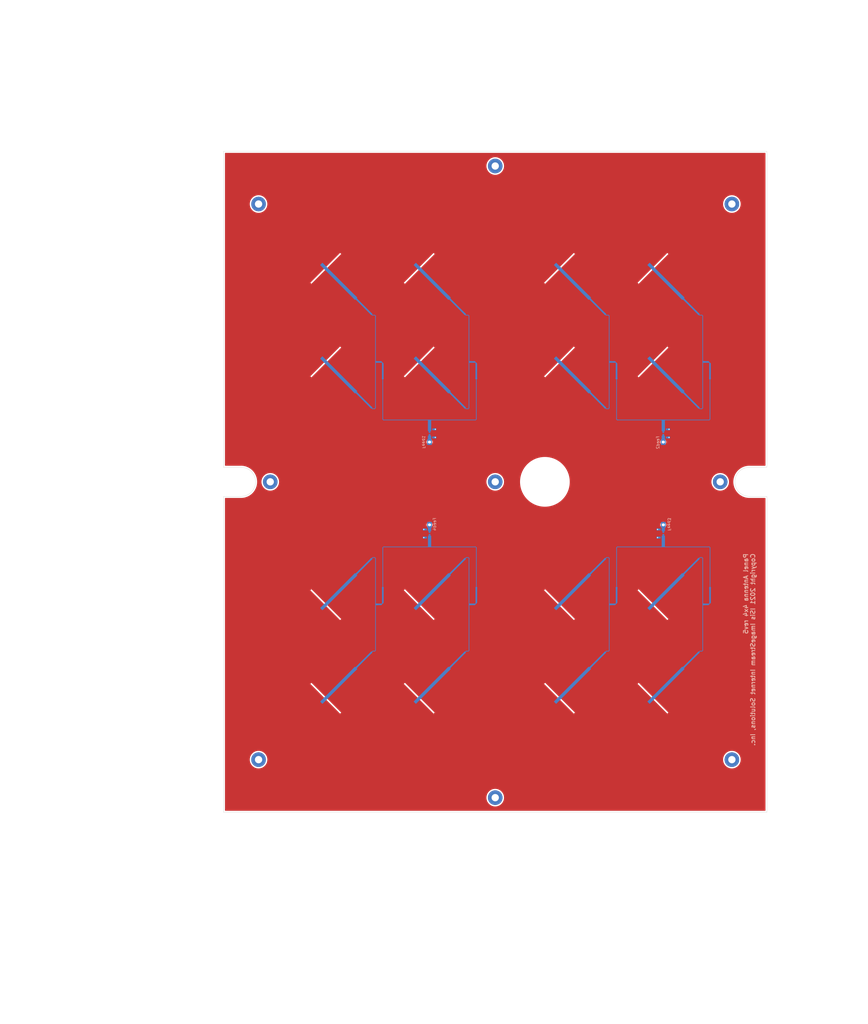
<source format=kicad_pcb>
(kicad_pcb (version 20210424) (generator pcbnew)
  (layers (0 "F.Cu" signal) (31 "B.Cu" signal) (34 "B.Paste" user) (35 "F.Paste" user) (36 "B.SilkS" user "B.Silkscreen") (37 "F.SilkS" user "F.Silkscreen") (38 "B.Mask" user) (39 "F.Mask" user) (44 "Edge.Cuts" user))
  (net 0 "")
  (net 1 "GND")
  (net 2 "/A1E3")
  (net 3 "/A1E5")
  (net 4 "/A1P1")
  (footprint "Scott-RF-JLCPCB-600um7628-2layer:Feed_5.5_Linear_ApertureCoupled" (layer "F.Cu") (at 35 187 -135)
    (fp_text reference "AE5" hide)
    (fp_text value "Antenna" hide)
  )
  (footprint "MountingHole:MountingHole_2.5mm_Pad_TopBottom" (layer "F.Cu") (at 93 5)
    (fp_text reference "H10" hide)
    (fp_text value "Mounting Hole")
  )
  (footprint "MountingHole:MountingHole_2.5mm_Pad_TopBottom" (layer "F.Cu") (at 170 113)
    (fp_text reference "H12" hide)
    (fp_text value "Mounting Hole")
  )
  (footprint "MountingHole:MountingHole_2.5mm_Pad_TopBottom" (layer "F.Cu") (at 93 113)
    (fp_text reference "H12" hide)
    (fp_text value "Mounting Hole")
  )
  (footprint "Scott-RF-JLCPCB-600um7628-2layer:Feed_5.5_Linear_ApertureCoupled" (layer "F.Cu") (at 67 40 135)
    (fp_text reference "AE5" hide)
    (fp_text value "Antenna" hide)
  )
  (footprint "Scott-RF-JLCPCB-600um7628-2layer:Feed_5.5_Linear_ApertureCoupled" (layer "F.Cu") (at 147 155 -135)
    (fp_text reference "AE5" hide)
    (fp_text value "Antenna" hide)
  )
  (footprint "Scott-RF-JLCPCB-600um7628-2layer:Feed_5.5_Linear_ApertureCoupled" (layer "F.Cu") (at 147 72 135)
    (fp_text reference "AE5" hide)
    (fp_text value "Antenna" hide)
  )
  (footprint "Scott-RF-JLCPCB-600um7628-2layer:Feed_5.5_Linear_ApertureCoupled" (layer "F.Cu") (at 147 187 -135)
    (fp_text reference "AE5" hide)
    (fp_text value "Antenna" hide)
  )
  (footprint "Scott-RF-JLCPCB-600um7628-2layer:Feed_5.5_Linear_ApertureCoupled" (layer "F.Cu") (at 35 40 135)
    (fp_text reference "AE5" hide)
    (fp_text value "Antenna" hide)
  )
  (footprint "Scott-RF-JLCPCB-600um7628-2layer:Feed_5.5_Linear_ApertureCoupled" (layer "F.Cu") (at 35 72 135)
    (fp_text reference "AE5" hide)
    (fp_text value "Antenna" hide)
  )
  (footprint "Scott-RF-JLCPCB-600um7628-2layer:Feed_5.5_Linear_ApertureCoupled" (layer "F.Cu") (at 115 187 -135)
    (fp_text reference "AE5" hide)
    (fp_text value "Antenna" hide)
  )
  (footprint "MountingHole:MountingHole_2.5mm_Pad_TopBottom" (layer "F.Cu") (at 174 208 90)
    (fp_text reference "H4" hide)
    (fp_text value "Mounting Hole")
  )
  (footprint "Scott-RF-JLCPCB-600um7628-2layer:Feed_5.5_Linear_ApertureCoupled" (layer "F.Cu") (at 115 155 -135)
    (fp_text reference "AE5" hide)
    (fp_text value "Antenna" hide)
  )
  (footprint "Scott-RF-JLCPCB-600um7628-2layer:Feed_5.5_Linear_ApertureCoupled" (layer "F.Cu") (at 67 72 135)
    (fp_text reference "AE5" hide)
    (fp_text value "Antenna" hide)
  )
  (footprint "Scott-RF-JLCPCB-600um7628-2layer:Feed_5.5_Linear_ApertureCoupled" (layer "F.Cu") (at 115 72 135)
    (fp_text reference "AE5" hide)
    (fp_text value "Antenna" hide)
  )
  (footprint "Scott-RF-JLCPCB-600um7628-2layer:Feed_5.5_Linear_ApertureCoupled" (layer "F.Cu") (at 115 40 135)
    (fp_text reference "AE5" hide)
    (fp_text value "Antenna" hide)
  )
  (footprint "Scott-RF-JLCPCB-600um7628-2layer:Feed_5.5_Linear_ApertureCoupled" (layer "F.Cu") (at 67 187 -135)
    (fp_text reference "AE5" hide)
    (fp_text value "Antenna" hide)
  )
  (footprint "MountingHole:MountingHole_2.5mm_Pad_TopBottom" (layer "F.Cu") (at 93 221)
    (fp_text reference "H9" hide)
    (fp_text value "Mounting Hole")
  )
  (footprint "Scott-RF-JLCPCB-600um7628-2layer:Feed_5.5_Linear_ApertureCoupled" (layer "F.Cu") (at 67 155 -135)
    (fp_text reference "AE5" hide)
    (fp_text value "Antenna" hide)
  )
  (footprint "Scott-RF-JLCPCB-600um7628-2layer:Feed_5.5_Linear_ApertureCoupled" (layer "F.Cu") (at 35 155 -135)
    (fp_text reference "AE5" hide)
    (fp_text value "Antenna" hide)
  )
  (footprint "MountingHole:MountingHole_2.5mm_Pad_TopBottom" (layer "F.Cu") (at 174 18)
    (fp_text reference "H2" hide)
    (fp_text value "Mounting Hole")
  )
  (footprint "MountingHole:MountingHole_2.5mm_Pad_TopBottom" (layer "F.Cu") (at 12 208)
    (fp_text reference "H3" hide)
    (fp_text value "Mounting Hole")
  )
  (footprint "MountingHole:MountingHole_2.5mm_Pad_TopBottom" (layer "F.Cu") (at 12 18)
    (fp_text reference "H1" hide)
    (fp_text value "Mounting Hole")
  )
  (footprint "MountingHole:MountingHole_2.5mm_Pad_TopBottom" (layer "F.Cu") (at 16 113)
    (fp_text reference "H11" hide)
    (fp_text value "Mounting Hole")
  )
  (footprint "Scott-RF-JLCPCB-600um7628-2layer:Feed_5.5_Linear_ApertureCoupled" (layer "F.Cu") (at 147 40 135)
    (fp_text reference "AE5" hide)
    (fp_text value "Antenna" hide)
  )
  (footprint "Scott-RF-JLCPCB-600um7628-2layer:RF-Angle-100ohm" (layer "B.Cu") (at 164.024025 138.893025 90)
    (fp_text reference "REF**" hide)
    (fp_text value "RF-Angle-100ohm" hide)
  )
  (footprint "Scott-RF-JLCPCB-600um7628-2layer:RF-Angle-100ohm" (layer "B.Cu") (at 86.531 135.253975 90)
    (fp_text reference "REF**" hide)
    (fp_text value "RF-Angle-100ohm" hide)
  )
  (footprint "Scott-RF-JLCPCB-600um7628-2layer:C_0402_1005Metric" (layer "B.Cu") (at 149.774 129.281 180)
    (fp_text reference ">NAME" hide)
    (fp_text value ">VALUE")
  )
  (footprint "Scott-RF-JLCPCB-600um7628-2layer:C_0402_1005Metric" (layer "B.Cu") (at 150.53 130.649 90)
    (fp_text reference ">NAME" hide)
    (fp_text value ">VALUE")
  )
  (footprint "Scott-RF-JLCPCB-600um7628-2layer:RF-Angle-100ohm" (layer "B.Cu") (at 132.010025 88.000025)
    (fp_text reference "REF**" hide)
    (fp_text value "RF-Angle-100ohm" hide)
  )
  (footprint "Scott-RF-JLCPCB-600um7628-2layer:RF-Transformer-70.71ohm-Right" (layer "B.Cu") (at 166.531 154.893025 90)
    (fp_text reference "REF**" hide)
    (fp_text value "RF-Transformer-70.71ohm-Right" hide)
  )
  (footprint "Scott-RF-JLCPCB-600um7628-2layer:RF-Transformer-70.71ohm-Straight" (layer "B.Cu") (at 77.57 50.59 135)
    (fp_text reference "REF**" hide)
    (fp_text value "RF-Transformer-70.71ohm-Straight" hide)
  )
  (footprint "Scott-RF-JLCPCB-600um7628-2layer:RF-Angle-100ohm" (layer "B.Cu") (at 84.024025 138.893025 90)
    (fp_text reference "REF**" hide)
    (fp_text value "RF-Angle-100ohm" hide)
  )
  (footprint "Scott-RF-JLCPCB-600um7628-2layer:RF-Transformer-70.71ohm-Straight" (layer "B.Cu") (at 77.561 176.398 -135)
    (fp_text reference "REF**" hide)
    (fp_text value "RF-Transformer-70.71ohm-Straight" hide)
  )
  (footprint "Scott-RF-JLCPCB-600um7628-2layer:RF-Angle-100ohm" (layer "B.Cu") (at 52.024025 138.893025 90)
    (fp_text reference "REF**" hide)
    (fp_text value "RF-Angle-100ohm" hide)
  )
  (footprint "Scott-RF-JLCPCB-600um7628-2layer:C_0402_1005Metric" (layer "B.Cu") (at 69.773 129.281 180)
    (fp_text reference ">NAME" hide)
    (fp_text value ">VALUE")
  )
  (footprint "Scott-RF-JLCPCB-600um7628-2layer:C_0402_1005Metric" (layer "B.Cu") (at 69.774 132.063 180)
    (fp_text reference ">NAME" hide)
    (fp_text value ">VALUE")
  )
  (footprint "Scott-RF-JLCPCB-600um7628-2layer:C_0402_1005Metric" (layer "B.Cu") (at 151.273 97.819)
    (fp_text reference ">NAME" hide)
    (fp_text value ">VALUE")
  )
  (footprint "Scott-RF-JLCPCB-600um7628-2layer:RF-Angle-100ohm" (layer "B.Cu") (at 164.010025 88.000025)
    (fp_text reference "REF**" hide)
    (fp_text value "RF-Angle-100ohm" hide)
  )
  (footprint "Scott-RF-JLCPCB-600um7628-2layer:RF-Transformer-70.71ohm-Right" (layer "B.Cu") (at 86.531 154.893025 90)
    (fp_text reference "REF**" hide)
    (fp_text value "RF-Transformer-70.71ohm-Right" hide)
  )
  (footprint "Scott-RF-JLCPCB-600um7628-2layer:RF-Transformer-70.71ohm-Straight" (layer "B.Cu") (at 157.57 82.59 135)
    (fp_text reference "REF**" hide)
    (fp_text value "RF-Transformer-70.71ohm-Straight" hide)
  )
  (footprint "Scott-RF-JLCPCB-600um7628-2layer:RF-Transformer-70.71ohm-Straight" (layer "B.Cu") (at 45.561 144.398 -135)
    (fp_text reference "REF**" hide)
    (fp_text value "RF-Transformer-70.71ohm-Straight" hide)
  )
  (footprint "Scott-RF-JLCPCB-600um7628-2layer:RF-Transformer-70.71ohm" (layer "B.Cu") (at 54.516 72.000025 90)
    (fp_text reference "REF**" hide)
    (fp_text value "RF-Transformer-70.71ohm" hide)
  )
  (footprint "Scott:Flat_Ant_Hole" (layer "B.Cu") (at 70.53 127.704 90)
    (fp_text reference "Feed4")
    (fp_text value "Feed4")
  )
  (footprint "Scott-RF-JLCPCB-600um7628-2layer:RF-Angle-100ohm" (layer "B.Cu") (at 84.010025 56.000025 90)
    (fp_text reference "REF**" hide)
    (fp_text value "RF-Angle-100ohm" hide)
  )
  (footprint "Scott-RF-JLCPCB-600um7628-2layer:RF-Angle-100ohm" (layer "B.Cu") (at 84.010025 88.000025)
    (fp_text reference "REF**" hide)
    (fp_text value "RF-Angle-100ohm" hide)
  )
  (footprint "Scott-RF-JLCPCB-600um7628-2layer:RF-Transformer-70.71ohm-Right" (layer "B.Cu") (at 54.531 154.893025 90)
    (fp_text reference "REF**" hide)
    (fp_text value "RF-Transformer-70.71ohm-Right" hide)
  )
  (footprint "Scott-RF-JLCPCB-600um7628-2layer:RF-Angle-100ohm" (layer "B.Cu") (at 166.516 91.846025)
    (fp_text reference "REF**" hide)
    (fp_text value "RF-Angle-100ohm" hide)
  )
  (footprint "Scott-RF-JLCPCB-600um7628-2layer:RF-Transformer-70.71ohm-Straight" (layer "B.Cu") (at 125.561 176.398 -135)
    (fp_text reference "REF**" hide)
    (fp_text value "RF-Transformer-70.71ohm-Straight" hide)
  )
  (footprint "Scott-RF-JLCPCB-600um7628-2layer:RF-Transformer-70.71ohm-Straight" (layer "B.Cu") (at 45.57 82.59 135)
    (fp_text reference "REF**" hide)
    (fp_text value "RF-Transformer-70.71ohm-Straight" hide)
  )
  (footprint "Scott-RF-JLCPCB-600um7628-2layer:RF-Angle-100ohm" (layer "B.Cu") (at 84.024025 170.893025)
    (fp_text reference "REF**" hide)
    (fp_text value "RF-Angle-100ohm" hide)
  )
  (footprint "Scott-RF-JLCPCB-600um7628-2layer:RF-Angle-100ohm" (layer "B.Cu") (at 52.010025 88.000025)
    (fp_text reference "REF**" hide)
    (fp_text value "RF-Angle-100ohm" hide)
  )
  (footprint "Scott-RF-JLCPCB-600um7628-2layer:C_0402_1005Metric" (layer "B.Cu") (at 150.517 96.451 -90)
    (fp_text reference ">NAME" hide)
    (fp_text value ">VALUE")
  )
  (footprint "Scott-RF-JLCPCB-600um7628-2layer:RF-Transformer-70.71ohm-Straight" (layer "B.Cu") (at 45.561 176.398 -135)
    (fp_text reference "REF**" hide)
    (fp_text value "RF-Transformer-70.71ohm-Straight" hide)
  )
  (footprint "Scott-RF-JLCPCB-600um7628-2layer:C_0402_1005Metric" (layer "B.Cu") (at 149.775 132.063 180)
    (fp_text reference ">NAME" hide)
    (fp_text value ">VALUE")
  )
  (footprint "Scott-RF-JLCPCB-600um7628-2layer:RF-Transformer-70.71ohm" (layer "B.Cu") (at 86.516 72.000025 90)
    (fp_text reference "REF**" hide)
    (fp_text value "RF-Transformer-70.71ohm" hide)
  )
  (footprint "Scott-RF-JLCPCB-600um7628-2layer:C_0402_1005Metric" (layer "B.Cu") (at 71.273 97.818)
    (fp_text reference ">NAME" hide)
    (fp_text value ">VALUE")
  )
  (footprint "Scott:Flat_Ant_Hole" (layer "B.Cu") (at 70.516 99.395 -90)
    (fp_text reference "Feed1")
    (fp_text value "Feed1")
  )
  (footprint "Scott-RF-JLCPCB-600um7628-2layer:RF-Angle-100ohm" (layer "B.Cu") (at 164.024025 170.893025)
    (fp_text reference "REF**" hide)
    (fp_text value "RF-Angle-100ohm" hide)
  )
  (footprint "Scott-RF-JLCPCB-600um7628-2layer:RF-Angle-100ohm" (layer "B.Cu") (at 54.531 135.253975 180)
    (fp_text reference "REF**" hide)
    (fp_text value "RF-Angle-100ohm" hide)
  )
  (footprint "Scott-RF-JLCPCB-600um7628-2layer:RF-Angle-100ohm" (layer "B.Cu") (at 52.024025 170.893025)
    (fp_text reference "REF**" hide)
    (fp_text value "RF-Angle-100ohm" hide)
  )
  (footprint "Scott-RF-JLCPCB-600um7628-2layer:RF-Angle-100ohm" (layer "B.Cu") (at 134.516 91.846025 -90)
    (fp_text reference "REF**" hide)
    (fp_text value "RF-Angle-100ohm" hide)
  )
  (footprint "Scott-RF-JLCPCB-600um7628-2layer:RF-Angle-100ohm" (layer "B.Cu") (at 134.531 135.253975 180)
    (fp_text reference "REF**" hide)
    (fp_text value "RF-Angle-100ohm" hide)
  )
  (footprint "Scott-RF-JLCPCB-600um7628-2layer:RF-Transformer-70.71ohm" (layer "B.Cu") (at 134.516 72.000025 90)
    (fp_text reference "REF**" hide)
    (fp_text value "RF-Transformer-70.71ohm" hide)
  )
  (footprint "Scott-RF-JLCPCB-600um7628-2layer:RF-Angle-100ohm" (layer "B.Cu") (at 166.531 135.253975 90)
    (fp_text reference "REF**" hide)
    (fp_text value "RF-Angle-100ohm" hide)
  )
  (footprint "Scott-RF-JLCPCB-600um7628-2layer:RF-Angle-100ohm" (layer "B.Cu") (at 52.010025 56.000025 90)
    (fp_text reference "REF**" hide)
    (fp_text value "RF-Angle-100ohm" hide)
  )
  (footprint "Scott-RF-JLCPCB-600um7628-2layer:RF-Angle-100ohm" (layer "B.Cu") (at 86.516 91.846025)
    (fp_text reference "REF**" hide)
    (fp_text value "RF-Angle-100ohm" hide)
  )
  (footprint "Scott-RF-JLCPCB-600um7628-2layer:RF-Angle-100ohm" (layer "B.Cu") (at 132.010025 56.000025 90)
    (fp_text reference "REF**" hide)
    (fp_text value "RF-Angle-100ohm" hide)
  )
  (footprint "Scott-RF-JLCPCB-600um7628-2layer:RF-Transformer-70.71ohm-Straight" (layer "B.Cu") (at 125.57 82.59 135)
    (fp_text reference "REF**" hide)
    (fp_text value "RF-Transformer-70.71ohm-Straight" hide)
  )
  (footprint "Scott-RF-JLCPCB-600um7628-2layer:RF-Angle-100ohm" (layer "B.Cu") (at 164.010025 56.000025 90)
    (fp_text reference "REF**" hide)
    (fp_text value "RF-Angle-100ohm" hide)
  )
  (footprint "Scott-RF-JLCPCB-600um7628-2layer:C_0402_1005Metric" (layer "B.Cu") (at 70.517 96.45 -90)
    (fp_text reference ">NAME" hide)
    (fp_text value ">VALUE")
  )
  (footprint "Scott-RF-JLCPCB-600um7628-2layer:RF-Transformer-70.71ohm-Straight" (layer "B.Cu") (at 77.561 144.398 -135)
    (fp_text reference "REF**" hide)
    (fp_text value "RF-Transformer-70.71ohm-Straight" hide)
  )
  (footprint "Scott-RF-JLCPCB-600um7628-2layer:RF-Transformer-70.71ohm-Right" (layer "B.Cu") (at 134.531 154.893025 90)
    (fp_text reference "REF**" hide)
    (fp_text value "RF-Transformer-70.71ohm-Right" hide)
  )
  (footprint "Scott-RF-JLCPCB-600um7628-2layer:RF-Transformer-70.71ohm-Straight" (layer "B.Cu") (at 157.561 176.398 -135)
    (fp_text reference "REF**" hide)
    (fp_text value "RF-Transformer-70.71ohm-Straight" hide)
  )
  (footprint "Scott-RF-JLCPCB-600um7628-2layer:RF-Transformer-70.71ohm-Straight" (layer "B.Cu") (at 125.57 50.59 135)
    (fp_text reference "REF**" hide)
    (fp_text value "RF-Transformer-70.71ohm-Straight" hide)
  )
  (footprint "Scott-RF-JLCPCB-600um7628-2layer:C_0402_1005Metric" (layer "B.Cu") (at 70.529 130.649 90)
    (fp_text reference ">NAME" hide)
    (fp_text value ">VALUE")
  )
  (footprint "Scott-RF-JLCPCB-600um7628-2layer:RF-Transformer-70.71ohm" (layer "B.Cu") (at 166.516 72.000025 90)
    (fp_text reference "REF**" hide)
    (fp_text value "RF-Transformer-70.71ohm" hide)
  )
  (footprint "Scott:Flat_Ant_Hole" (layer "B.Cu") (at 150.531 127.704 90)
    (fp_text reference "Feed3")
    (fp_text value "Feed3")
  )
  (footprint "Scott-RF-JLCPCB-600um7628-2layer:RF-Transformer-70.71ohm-Straight" (layer "B.Cu") (at 45.57 50.59 135)
    (fp_text reference "REF**" hide)
    (fp_text value "RF-Transformer-70.71ohm-Straight" hide)
  )
  (footprint "Scott:Flat_Ant_Hole" (layer "B.Cu") (at 150.516 99.395 -90)
    (fp_text reference "Feed2")
    (fp_text value "Feed2")
  )
  (footprint "Scott-RF-JLCPCB-600um7628-2layer:C_0402_1005Metric" (layer "B.Cu") (at 71.272 95.036)
    (fp_text reference ">NAME" hide)
    (fp_text value ">VALUE")
  )
  (footprint "Scott-RF-JLCPCB-600um7628-2layer:RF-Angle-100ohm" (layer "B.Cu") (at 132.024025 138.893025 90)
    (fp_text reference "REF**" hide)
    (fp_text value "RF-Angle-100ohm" hide)
  )
  (footprint "Scott-RF-JLCPCB-600um7628-2layer:RF-Transformer-70.71ohm-Straight" (layer "B.Cu") (at 157.561 144.398 -135)
    (fp_text reference "REF**" hide)
    (fp_text value "RF-Transformer-70.71ohm-Straight" hide)
  )
  (footprint "Scott-RF-JLCPCB-600um7628-2layer:C_0402_1005Metric" (layer "B.Cu") (at 151.272 95.037)
    (fp_text reference ">NAME" hide)
    (fp_text value ">VALUE")
  )
  (footprint "Scott-RF-JLCPCB-600um7628-2layer:RF-Transformer-70.71ohm-Straight" (layer "B.Cu") (at 157.57 50.59 135)
    (fp_text reference "REF**" hide)
    (fp_text value "RF-Transformer-70.71ohm-Straight" hide)
  )
  (footprint "Scott-RF-JLCPCB-600um7628-2layer:RF-Angle-100ohm" (layer "B.Cu") (at 132.024025 170.893025)
    (fp_text reference "REF**" hide)
    (fp_text value "RF-Angle-100ohm" hide)
  )
  (footprint "Scott-RF-JLCPCB-600um7628-2layer:RF-Transformer-70.71ohm-Straight" (layer "B.Cu") (at 77.57 82.59 135)
    (fp_text reference "REF**" hide)
    (fp_text value "RF-Transformer-70.71ohm-Straight" hide)
  )
  (footprint "Scott-RF-JLCPCB-600um7628-2layer:RF-Angle-100ohm" (layer "B.Cu") (at 54.516 91.846025 -90)
    (fp_text reference "REF**" hide)
    (fp_text value "RF-Angle-100ohm" hide)
  )
  (footprint "Scott-RF-JLCPCB-600um7628-2layer:RF-Transformer-70.71ohm-Straight" (layer "B.Cu") (at 125.561 144.398 -135)
    (fp_text reference "REF**" hide)
    (fp_text value "RF-Transformer-70.71ohm-Straight" hide)
  )
  (gr_rect (start 69.956 97.21) (end 71.074 98.393) (layer "B.Cu") (width 0.001) (fill solid))
  (gr_rect (start 149.957 91.736) (end 151.075 95.691) (layer "B.Cu") (width 0.001) (fill solid))
  (gr_rect (start 71.089 135.364) (end 69.971 131.409) (layer "B.Cu") (width 0.001) (fill solid))
  (gr_rect (start 71.09 129.889) (end 69.972 128.706) (layer "B.Cu") (width 0.001) (fill solid))
  (gr_rect (start 151.091 129.889) (end 149.973 128.706) (layer "B.Cu") (width 0.001) (fill solid))
  (gr_rect (start 151.09 135.364) (end 149.972 131.409) (layer "B.Cu") (width 0.001) (fill solid))
  (gr_rect (start 149.956 97.211) (end 151.074 98.394) (layer "B.Cu") (width 0.001) (fill solid))
  (gr_rect (start 69.957 91.735) (end 71.075 95.69) (layer "B.Cu") (width 0.001) (fill solid))
  (gr_line (start 6 118) (end 0 118) (layer "Edge.Cuts") (width 0.1))
  (gr_line (start 186 118) (end 186 226) (layer "Edge.Cuts") (width 0.1))
  (gr_line (start 180 108) (end 186 108) (layer "Edge.Cuts") (width 0.1))
  (gr_circle (center 110 113) (end 118 113) (layer "Edge.Cuts") (width 0.001) (fill none))
  (gr_line (start 0 0) (end 186 0) (layer "Edge.Cuts") (width 0.1))
  (gr_arc (start 6 113) (end 6 118) (angle -180) (layer "Edge.Cuts") (width 0.1))
  (gr_line (start 0 226) (end 0 118) (layer "Edge.Cuts") (width 0.1))
  (gr_arc (start 180 113) (end 180 108) (angle -180) (layer "Edge.Cuts") (width 0.1))
  (gr_line (start 180 118) (end 186 118) (layer "Edge.Cuts") (width 0.1))
  (gr_line (start 0 108) (end 0 0) (layer "Edge.Cuts") (width 0.1))
  (gr_line (start 0 226) (end 186 226) (layer "Edge.Cuts") (width 0.1))
  (gr_line (start 6 108) (end 0 108) (layer "Edge.Cuts") (width 0.1))
  (gr_line (start 186 0) (end 186 108) (layer "Edge.Cuts") (width 0.1))
  (gr_text "Panel Antenna 4x4 rev5\nCopyright 2021 ISis ImageStream Internet Solutions, Inc." (at 179.9844 137.3632 90) (layer "B.SilkS") (effects (font (size 1.5 1.5) (thickness 0.3)) (justify left mirror)))
  (segment (start 54.516 77.91) (end 54.516 91.58) (width 0.222) (layer "B.Cu") (net 0))
  (segment (start 166.531 149.19) (end 166.531 135.52) (width 0.222) (layer "B.Cu") (net 0))
  (segment (start 131.055 88) (end 131.7 88) (width 0.222) (layer "B.Cu") (net 0))
  (segment (start 50.63 87.66) (end 50.97 88) (width 0.222) (layer "B.Cu") (net 0))
  (segment (start 130.67 55.7) (end 130.97 56) (width 0.222) (layer "B.Cu") (net 0))
  (segment (start 51.055 88) (end 51.7 88) (width 0.222) (layer "B.Cu") (net 0))
  (segment (start 86.516 77.841) (end 86.516 91.511) (width 0.222) (layer "B.Cu") (net 0))
  (segment (start 50.97 88) (end 51.055 88) (width 0.222) (layer "B.Cu") (net 0))
  (segment (start 83.055 88) (end 83.7 88) (width 0.222) (layer "B.Cu") (net 0))
  (segment (start 83.069 170.893) (end 83.714 170.893) (width 0.222) (layer "B.Cu") (net 0))
  (segment (start 51.069 138.893) (end 51.747 138.893) (width 0.222) (layer "B.Cu") (net 0))
  (segment (start 82.97 56) (end 83.055 56) (width 0.222) (layer "B.Cu") (net 0))
  (segment (start 162.97 56) (end 163.055 56) (width 0.222) (layer "B.Cu") (net 0))
  (segment (start 130.97 56) (end 131.733 56) (width 0.222) (layer "B.Cu") (net 0))
  (segment (start 86.531 149.19) (end 86.531 135.52) (width 0.222) (layer "B.Cu") (net 0))
  (segment (start 162.646 139.316) (end 163.069 138.893) (width 0.222) (layer "B.Cu") (net 0))
  (segment (start 130.646 139.316) (end 131.069 138.893) (width 0.222) (layer "B.Cu") (net 0))
  (segment (start 163.069 170.893) (end 163.714 170.893) (width 0.222) (layer "B.Cu") (net 0))
  (segment (start 162.97 88) (end 163.055 88) (width 0.222) (layer "B.Cu") (net 0))
  (segment (start 54.531 149.19) (end 54.531 135.52) (width 0.222) (layer "B.Cu") (net 0))
  (segment (start 82.63 87.66) (end 82.97 88) (width 0.222) (layer "B.Cu") (net 0))
  (segment (start 162.97 56) (end 163.733 56) (width 0.222) (layer "B.Cu") (net 0))
  (segment (start 134.516 77.91) (end 134.516 91.58) (width 0.222) (layer "B.Cu") (net 0))
  (segment (start 131.069 138.893) (end 131.747 138.893) (width 0.222) (layer "B.Cu") (net 0))
  (segment (start 50.646 171.316) (end 51.069 170.893) (width 0.222) (layer "B.Cu") (net 0))
  (segment (start 82.646 139.316) (end 83.069 138.893) (width 0.222) (layer "B.Cu") (net 0))
  (segment (start 162.63 87.66) (end 162.97 88) (width 0.222) (layer "B.Cu") (net 0))
  (segment (start 51.069 170.893) (end 51.714 170.893) (width 0.222) (layer "B.Cu") (net 0))
  (segment (start 131.069 170.893) (end 131.714 170.893) (width 0.222) (layer "B.Cu") (net 0))
  (segment (start 82.646 171.316) (end 83.069 170.893) (width 0.222) (layer "B.Cu") (net 0))
  (segment (start 163.055 88) (end 163.7 88) (width 0.222) (layer "B.Cu") (net 0))
  (segment (start 50.97 56) (end 51.055 56) (width 0.222) (layer "B.Cu") (net 0))
  (segment (start 50.67 55.7) (end 50.97 56) (width 0.222) (layer "B.Cu") (net 0))
  (segment (start 134.531 149.19) (end 134.531 135.52) (width 0.222) (layer "B.Cu") (net 0))
  (segment (start 50.646 139.316) (end 51.069 138.893) (width 0.222) (layer "B.Cu") (net 0))
  (segment (start 162.67 55.7) (end 162.97 56) (width 0.222) (layer "B.Cu") (net 0))
  (segment (start 166.516 77.91) (end 166.516 91.58) (width 0.222) (layer "B.Cu") (net 0))
  (segment (start 130.97 56) (end 131.055 56) (width 0.222) (layer "B.Cu") (net 0))
  (segment (start 130.63 87.66) (end 130.97 88) (width 0.222) (layer "B.Cu") (net 0))
  (segment (start 82.97 56) (end 83.733 56) (width 0.222) (layer "B.Cu") (net 0))
  (segment (start 50.97 56) (end 51.733 56) (width 0.222) (layer "B.Cu") (net 0))
  (segment (start 82.97 88) (end 83.055 88) (width 0.222) (layer "B.Cu") (net 0))
  (segment (start 162.646 171.316) (end 163.069 170.893) (width 0.222) (layer "B.Cu") (net 0))
  (segment (start 82.67 55.7) (end 82.97 56) (width 0.222) (layer "B.Cu") (net 0))
  (segment (start 130.646 171.316) (end 131.069 170.893) (width 0.222) (layer "B.Cu") (net 0))
  (segment (start 163.069 138.893) (end 163.747 138.893) (width 0.222) (layer "B.Cu") (net 0))
  (segment (start 130.97 88) (end 131.055 88) (width 0.222) (layer "B.Cu") (net 0))
  (segment (start 83.069 138.893) (end 83.747 138.893) (width 0.222) (layer "B.Cu") (net 0))
  (via (at 152.487 95.037) (size 0.8001) (drill 0.40005) (layers "F.Cu" "B.Cu") (net 1))
  (via (at 152.487 97.819) (size 0.8001) (drill 0.40005) (layers "F.Cu" "B.Cu") (net 1))
  (via (at 68.559 132.063) (size 0.8001) (drill 0.40005) (layers "F.Cu" "B.Cu") (net 1))
  (via (at 68.559 129.281) (size 0.8001) (drill 0.40005) (layers "F.Cu" "B.Cu") (net 1))
  (via (at 148.56 132.063) (size 0.8001) (drill 0.40005) (layers "F.Cu" "B.Cu") (net 1))
  (via (at 72.487 97.818) (size 0.8001) (drill 0.40005) (layers "F.Cu" "B.Cu") (net 1))
  (via (at 72.487 95.036) (size 0.8001) (drill 0.40005) (layers "F.Cu" "B.Cu") (net 1))
  (via (at 148.56 129.281) (size 0.8001) (drill 0.40005) (layers "F.Cu" "B.Cu") (net 1))
  (segment (start 72.487 97.818) (end 71.78197 97.818) (width 0.62) (layer "B.Cu") (net 1))
  (segment (start 148.56 129.281) (end 149.26503 129.281) (width 0.62) (layer "B.Cu") (net 1))
  (segment (start 152.487 95.037) (end 151.78197 95.037) (width 0.62) (layer "B.Cu") (net 1))
  (segment (start 68.559 129.281) (end 69.26403 129.281) (width 0.62) (layer "B.Cu") (net 1))
  (segment (start 148.56 132.063) (end 149.26503 132.063) (width 0.62) (layer "B.Cu") (net 1))
  (segment (start 72.487 95.036) (end 71.78197 95.036) (width 0.62) (layer "B.Cu") (net 1))
  (segment (start 68.559 132.063) (end 69.26403 132.063) (width 0.62) (layer "B.Cu") (net 1))
  (segment (start 152.487 97.819) (end 151.78197 97.819) (width 0.62) (layer "B.Cu") (net 1))
  (arc (start 151.78197 97.831) (mid 151.766292 97.827881) (end 151.753 97.819) (width 0.222) (layer "B.Cu") (net 1))
  (arc (start 149.26503 129.269) (mid 149.280708 129.272119) (end 149.294 129.281) (width 0.222) (layer "B.Cu") (net 1))
  (arc (start 69.26403 129.269) (mid 69.279708 129.272119) (end 69.293 129.281) (width 0.222) (layer "B.Cu") (net 1))
  (arc (start 71.78197 97.83) (mid 71.766292 97.826881) (end 71.753 97.818) (width 0.222) (layer "B.Cu") (net 1))
  (segment (start 132.024 170.57205) (end 132.024 139.21305) (width 0.222) (layer "B.Cu") (net 2))
  (segment (start 52.01 87.67905) (end 52.01 56.32005) (width 0.222) (layer "B.Cu") (net 2))
  (segment (start 132.01 56.32005) (end 132.010025 56.320025) (width 0.222) (layer "B.Cu") (net 2))
  (segment (start 132.01 87.67905) (end 132.01 56.32005) (width 0.222) (layer "B.Cu") (net 2))
  (segment (start 164.024 170.57205) (end 164.024 139.21305) (width 0.222) (layer "B.Cu") (net 2))
  (segment (start 84.01 87.67905) (end 84.01 56.32005) (width 0.222) (layer "B.Cu") (net 2))
  (segment (start 52.01 56.32005) (end 52.010025 56.320025) (width 0.222) (layer "B.Cu") (net 2))
  (segment (start 164.01 56.32005) (end 164.010025 56.320025) (width 0.222) (layer "B.Cu") (net 2))
  (segment (start 164.024 139.21305) (end 164.024025 139.213025) (width 0.222) (layer "B.Cu") (net 2))
  (segment (start 52.024 139.21305) (end 52.024025 139.213025) (width 0.222) (layer "B.Cu") (net 2))
  (segment (start 84.01 56.32005) (end 84.010025 56.320025) (width 0.222) (layer "B.Cu") (net 2))
  (segment (start 84.024 139.21305) (end 84.024025 139.213025) (width 0.222) (layer "B.Cu") (net 2))
  (segment (start 164.01 87.67905) (end 164.01 56.32005) (width 0.222) (layer "B.Cu") (net 2))
  (segment (start 84.024 170.57205) (end 84.024 139.21305) (width 0.222) (layer "B.Cu") (net 2))
  (segment (start 52.024 170.57205) (end 52.024 139.21305) (width 0.222) (layer "B.Cu") (net 2))
  (segment (start 132.024 139.21305) (end 132.024025 139.213025) (width 0.222) (layer "B.Cu") (net 2))
  (segment (start 54.85 91.846) (end 54.849 91.845) (width 0.222) (layer "B.Cu") (net 4))
  (segment (start 54.8875 135.254) (end 86.191 135.254) (width 0.222) (layer "B.Cu") (net 4))
  (segment (start 166.191 135.254) (end 166.192 135.255) (width 0.222) (layer "B.Cu") (net 4))
  (segment (start 86.1535 91.846) (end 54.85 91.846) (width 0.222) (layer "B.Cu") (net 4))
  (segment (start 134.85 91.846) (end 134.849 91.845) (width 0.222) (layer "B.Cu") (net 4))
  (segment (start 86.191 135.254) (end 86.192 135.255) (width 0.222) (layer "B.Cu") (net 4))
  (segment (start 166.1535 91.846) (end 134.85 91.846) (width 0.222) (layer "B.Cu") (net 4))
  (segment (start 134.8875 135.254) (end 166.191 135.254) (width 0.222) (layer "B.Cu") (net 4))
  (zone (net 1) (net_name "GND") (layer "F.Cu") (connect_pads yes (clearance 0.508)) (min_thickness 0.254) (fill yes (thermal_gap 0.508) (thermal_bridge_width 0.508))
    (polygon (pts (xy 189.2 228.3) (xy -3.3 228.3) (xy -3.3 -3.4) (xy 189.2 -3.4)))
  )
)
</source>
